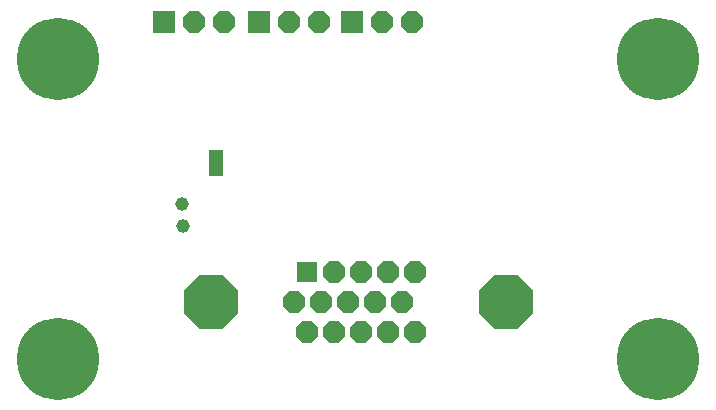
<source format=gbr>
G04 EAGLE Gerber RS-274X export*
G75*
%MOMM*%
%FSLAX34Y34*%
%LPD*%
%INSoldermask Bottom*%
%IPPOS*%
%AMOC8*
5,1,8,0,0,1.08239X$1,22.5*%
G01*
%ADD10C,6.959600*%
%ADD11R,1.882800X1.882800*%
%ADD12P,2.037924X8X202.500000*%
%ADD13R,1.812800X1.812800*%
%ADD14P,1.962157X8X202.500000*%
%ADD15P,4.999776X8X202.500000*%
%ADD16C,1.162800*%
%ADD17R,1.162800X1.162800*%


D10*
X67564Y67564D03*
X575564Y67564D03*
X67564Y321564D03*
X575564Y321564D03*
D11*
X156972Y352933D03*
D12*
X182372Y352933D03*
X207772Y352933D03*
D11*
X237236Y352933D03*
D12*
X262636Y352933D03*
X288036Y352933D03*
D11*
X316484Y352933D03*
D12*
X341884Y352933D03*
X367284Y352933D03*
D13*
X278264Y140970D03*
D14*
X301164Y140970D03*
X324064Y140970D03*
X346964Y140970D03*
X369864Y140970D03*
X266864Y115570D03*
X289764Y115570D03*
X312664Y115570D03*
X335564Y115570D03*
X358464Y115570D03*
X278264Y90170D03*
X301164Y90170D03*
X324064Y90170D03*
X346964Y90170D03*
X369864Y90170D03*
D15*
X446564Y115570D03*
X196564Y115570D03*
D16*
X172720Y199263D03*
X173609Y179959D03*
D17*
X201295Y238506D03*
X201295Y228727D03*
M02*

</source>
